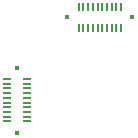
<source format=gtp>
G04*
G04 #@! TF.GenerationSoftware,Altium Limited,Altium Designer,26.1.1 (7)*
G04*
G04 Layer_Color=8421504*
%FSLAX44Y44*%
%MOMM*%
G71*
G04*
G04 #@! TF.SameCoordinates,19F55A8F-7ED3-41BE-818A-23436E24027B*
G04*
G04*
G04 #@! TF.FilePolarity,Positive*
G04*
G01*
G75*
%ADD10R,0.3500X0.4400*%
%ADD11R,0.2200X0.6600*%
%ADD12R,0.4400X0.3500*%
%ADD13R,0.6600X0.2200*%
D10*
X57500Y105000D02*
D03*
X112500Y105001D02*
D03*
D11*
X83000Y96450D02*
D03*
X87000D02*
D03*
X79000D02*
D03*
X91000D02*
D03*
X67000D02*
D03*
X71000D02*
D03*
X75000D02*
D03*
X103000Y113550D02*
D03*
X99000D02*
D03*
X95000D02*
D03*
X91000D02*
D03*
X87000D02*
D03*
X83000D02*
D03*
X79000D02*
D03*
X75000D02*
D03*
X71000D02*
D03*
X67000D02*
D03*
X103000Y96450D02*
D03*
X99000D02*
D03*
X95000D02*
D03*
D12*
X15000Y62500D02*
D03*
X15001Y7500D02*
D03*
D13*
X6450Y37000D02*
D03*
Y33000D02*
D03*
Y41000D02*
D03*
Y29000D02*
D03*
Y53000D02*
D03*
Y49000D02*
D03*
Y45000D02*
D03*
X23550Y17000D02*
D03*
Y21000D02*
D03*
Y25000D02*
D03*
Y29000D02*
D03*
Y33000D02*
D03*
Y37000D02*
D03*
Y41000D02*
D03*
Y45000D02*
D03*
Y49000D02*
D03*
Y53000D02*
D03*
X6450Y17000D02*
D03*
Y21000D02*
D03*
Y25000D02*
D03*
M02*

</source>
